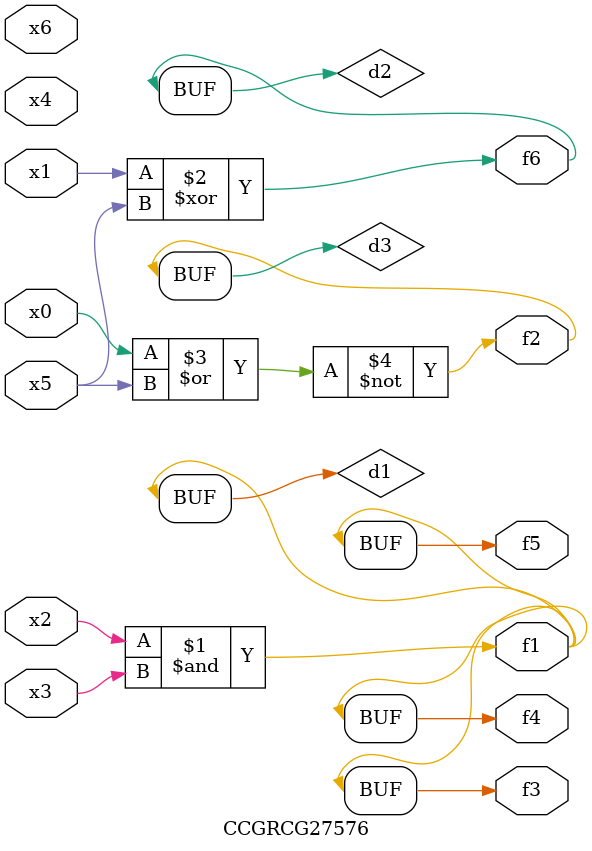
<source format=v>
module CCGRCG27576(
	input x0, x1, x2, x3, x4, x5, x6,
	output f1, f2, f3, f4, f5, f6
);

	wire d1, d2, d3;

	and (d1, x2, x3);
	xor (d2, x1, x5);
	nor (d3, x0, x5);
	assign f1 = d1;
	assign f2 = d3;
	assign f3 = d1;
	assign f4 = d1;
	assign f5 = d1;
	assign f6 = d2;
endmodule

</source>
